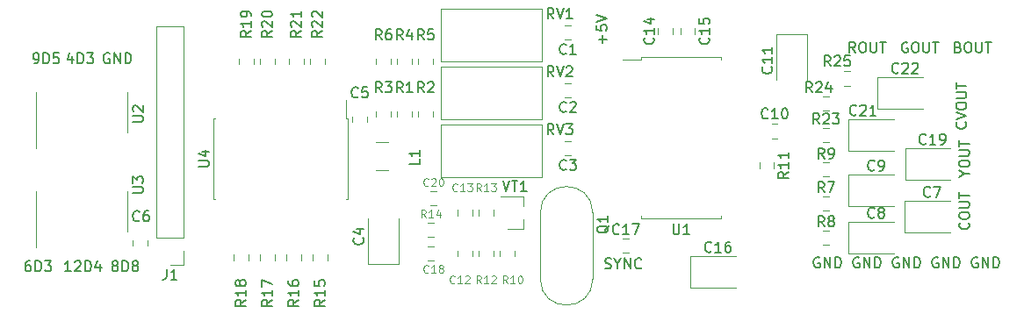
<source format=gto>
G04 #@! TF.GenerationSoftware,KiCad,Pcbnew,(5.1.2)-1*
G04 #@! TF.CreationDate,2020-06-02T12:38:42+03:00*
G04 #@! TF.ProjectId,vector06c-rgb2tv,76656374-6f72-4303-9663-2d7267623274,rev?*
G04 #@! TF.SameCoordinates,Original*
G04 #@! TF.FileFunction,Legend,Top*
G04 #@! TF.FilePolarity,Positive*
%FSLAX46Y46*%
G04 Gerber Fmt 4.6, Leading zero omitted, Abs format (unit mm)*
G04 Created by KiCad (PCBNEW (5.1.2)-1) date 2020-06-02 12:38:42*
%MOMM*%
%LPD*%
G04 APERTURE LIST*
%ADD10C,0.120000*%
%ADD11C,0.150000*%
G04 APERTURE END LIST*
D10*
X112582000Y-119440000D02*
X111252000Y-119440000D01*
X112582000Y-118110000D02*
X112582000Y-119440000D01*
X112582000Y-116840000D02*
X109922000Y-116840000D01*
X109922000Y-116840000D02*
X109922000Y-96460000D01*
X112582000Y-116840000D02*
X112582000Y-96460000D01*
X112582000Y-96460000D02*
X109922000Y-96460000D01*
X132301064Y-107606000D02*
X131096936Y-107606000D01*
X132301064Y-110326000D02*
X131096936Y-110326000D01*
X146954000Y-120829000D02*
G75*
G03X152004000Y-120829000I2525000J0D01*
G01*
X146954000Y-114429000D02*
G75*
G02X152004000Y-114429000I2525000J0D01*
G01*
X146954000Y-114429000D02*
X146954000Y-120829000D01*
X152004000Y-114429000D02*
X152004000Y-120829000D01*
X156668000Y-99643000D02*
X154853000Y-99643000D01*
X156668000Y-99378000D02*
X156668000Y-99643000D01*
X160528000Y-99378000D02*
X156668000Y-99378000D01*
X164388000Y-99378000D02*
X164388000Y-99643000D01*
X160528000Y-99378000D02*
X164388000Y-99378000D01*
X156668000Y-114998000D02*
X156668000Y-114733000D01*
X160528000Y-114998000D02*
X156668000Y-114998000D01*
X164388000Y-114998000D02*
X164388000Y-114733000D01*
X160528000Y-114998000D02*
X164388000Y-114998000D01*
X98308000Y-104775000D02*
X98308000Y-108225000D01*
X98308000Y-104775000D02*
X98308000Y-102825000D01*
X107178000Y-104775000D02*
X107178000Y-106725000D01*
X107178000Y-104775000D02*
X107178000Y-102825000D01*
X98308000Y-114300000D02*
X98308000Y-117750000D01*
X98308000Y-114300000D02*
X98308000Y-112350000D01*
X107178000Y-114300000D02*
X107178000Y-116250000D01*
X107178000Y-114300000D02*
X107178000Y-112350000D01*
X128195000Y-105360000D02*
X128195000Y-103545000D01*
X128430000Y-105360000D02*
X128195000Y-105360000D01*
X128430000Y-109220000D02*
X128430000Y-105360000D01*
X128430000Y-113080000D02*
X128195000Y-113080000D01*
X128430000Y-109220000D02*
X128430000Y-113080000D01*
X115410000Y-105360000D02*
X115645000Y-105360000D01*
X115410000Y-109220000D02*
X115410000Y-105360000D01*
X115410000Y-113080000D02*
X115645000Y-113080000D01*
X115410000Y-109220000D02*
X115410000Y-113080000D01*
X145286000Y-116007000D02*
X143826000Y-116007000D01*
X145286000Y-112847000D02*
X143126000Y-112847000D01*
X145286000Y-112847000D02*
X145286000Y-113777000D01*
X145286000Y-116007000D02*
X145286000Y-115077000D01*
X147125000Y-94752000D02*
X147125000Y-99822000D01*
X137355000Y-94752000D02*
X137355000Y-99822000D01*
X137355000Y-99822000D02*
X147125000Y-99822000D01*
X137355000Y-94752000D02*
X147125000Y-94752000D01*
X147125000Y-100340000D02*
X147125000Y-105410000D01*
X137355000Y-100340000D02*
X137355000Y-105410000D01*
X137355000Y-105410000D02*
X147125000Y-105410000D01*
X137355000Y-100340000D02*
X147125000Y-100340000D01*
X147125000Y-105928000D02*
X147125000Y-110998000D01*
X137355000Y-105928000D02*
X137355000Y-110998000D01*
X137355000Y-110998000D02*
X147125000Y-110998000D01*
X137355000Y-105928000D02*
X147125000Y-105928000D01*
X149867252Y-96318000D02*
X149344748Y-96318000D01*
X149867252Y-97738000D02*
X149344748Y-97738000D01*
X149867252Y-103326000D02*
X149344748Y-103326000D01*
X149867252Y-101906000D02*
X149344748Y-101906000D01*
X149867252Y-107494000D02*
X149344748Y-107494000D01*
X149867252Y-108914000D02*
X149344748Y-108914000D01*
X130250000Y-105671252D02*
X130250000Y-105148748D01*
X128830000Y-105671252D02*
X128830000Y-105148748D01*
X107646400Y-117609252D02*
X107646400Y-117086748D01*
X109066400Y-117609252D02*
X109066400Y-117086748D01*
X169283748Y-105843000D02*
X169806252Y-105843000D01*
X169283748Y-107263000D02*
X169806252Y-107263000D01*
X140410000Y-118102748D02*
X140410000Y-118625252D01*
X138990000Y-118102748D02*
X138990000Y-118625252D01*
X141022000Y-114688252D02*
X141022000Y-114165748D01*
X142442000Y-114688252D02*
X142442000Y-114165748D01*
X158294000Y-96639748D02*
X158294000Y-97162252D01*
X159714000Y-96639748D02*
X159714000Y-97162252D01*
X161873000Y-96639748D02*
X161873000Y-97162252D01*
X160453000Y-96639748D02*
X160453000Y-97162252D01*
X155455252Y-118312000D02*
X154932748Y-118312000D01*
X155455252Y-116892000D02*
X154932748Y-116892000D01*
X136136748Y-119074000D02*
X136659252Y-119074000D01*
X136136748Y-117654000D02*
X136659252Y-117654000D01*
X136913252Y-112320000D02*
X136390748Y-112320000D01*
X136913252Y-113740000D02*
X136390748Y-113740000D01*
X133148000Y-104640748D02*
X133148000Y-105163252D01*
X134568000Y-104640748D02*
X134568000Y-105163252D01*
X136600000Y-104640748D02*
X136600000Y-105163252D01*
X135180000Y-104640748D02*
X135180000Y-105163252D01*
X131116000Y-104640748D02*
X131116000Y-105163252D01*
X132536000Y-104640748D02*
X132536000Y-105163252D01*
X133148000Y-99560748D02*
X133148000Y-100083252D01*
X134568000Y-99560748D02*
X134568000Y-100083252D01*
X136600000Y-99560748D02*
X136600000Y-100083252D01*
X135180000Y-99560748D02*
X135180000Y-100083252D01*
X131116000Y-99560748D02*
X131116000Y-100083252D01*
X132536000Y-99560748D02*
X132536000Y-100083252D01*
X174759252Y-109526000D02*
X174236748Y-109526000D01*
X174759252Y-110946000D02*
X174236748Y-110946000D01*
X141022000Y-118102748D02*
X141022000Y-118625252D01*
X142442000Y-118102748D02*
X142442000Y-118625252D01*
X168073000Y-109593748D02*
X168073000Y-110116252D01*
X169493000Y-109593748D02*
X169493000Y-110116252D01*
X143054000Y-118625252D02*
X143054000Y-118102748D01*
X144474000Y-118625252D02*
X144474000Y-118102748D01*
X136136748Y-115368000D02*
X136659252Y-115368000D01*
X136136748Y-116788000D02*
X136659252Y-116788000D01*
X125020000Y-119006252D02*
X125020000Y-118483748D01*
X126440000Y-119006252D02*
X126440000Y-118483748D01*
X123900000Y-119006252D02*
X123900000Y-118483748D01*
X122480000Y-119006252D02*
X122480000Y-118483748D01*
X119940000Y-119006252D02*
X119940000Y-118483748D01*
X121360000Y-119006252D02*
X121360000Y-118483748D01*
X117400000Y-119006252D02*
X117400000Y-118483748D01*
X118820000Y-119006252D02*
X118820000Y-118483748D01*
X117908000Y-99560748D02*
X117908000Y-100083252D01*
X119328000Y-99560748D02*
X119328000Y-100083252D01*
X121360000Y-99560748D02*
X121360000Y-100083252D01*
X119940000Y-99560748D02*
X119940000Y-100083252D01*
X124154000Y-99560748D02*
X124154000Y-100083252D01*
X122734000Y-99560748D02*
X122734000Y-100083252D01*
X126186000Y-99560748D02*
X126186000Y-100083252D01*
X124766000Y-99560748D02*
X124766000Y-100083252D01*
X140410000Y-114165748D02*
X140410000Y-114688252D01*
X138990000Y-114165748D02*
X138990000Y-114688252D01*
X174759252Y-112828000D02*
X174236748Y-112828000D01*
X174759252Y-114248000D02*
X174236748Y-114248000D01*
X174759252Y-117550000D02*
X174236748Y-117550000D01*
X174759252Y-116130000D02*
X174236748Y-116130000D01*
X133336000Y-119348000D02*
X133336000Y-114963000D01*
X130316000Y-119348000D02*
X133336000Y-119348000D01*
X130316000Y-114963000D02*
X130316000Y-119348000D01*
X182073800Y-116318000D02*
X186458800Y-116318000D01*
X182073800Y-113298000D02*
X182073800Y-116318000D01*
X186458800Y-113298000D02*
X182073800Y-113298000D01*
X181074000Y-115330000D02*
X176689000Y-115330000D01*
X176689000Y-115330000D02*
X176689000Y-118350000D01*
X176689000Y-118350000D02*
X181074000Y-118350000D01*
X176689000Y-113778000D02*
X181074000Y-113778000D01*
X176689000Y-110758000D02*
X176689000Y-113778000D01*
X181074000Y-110758000D02*
X176689000Y-110758000D01*
X172706000Y-101572000D02*
X172706000Y-97187000D01*
X172706000Y-97187000D02*
X169686000Y-97187000D01*
X169686000Y-97187000D02*
X169686000Y-101572000D01*
X165834000Y-118632000D02*
X161449000Y-118632000D01*
X161449000Y-118632000D02*
X161449000Y-121652000D01*
X161449000Y-121652000D02*
X165834000Y-121652000D01*
X186509600Y-108218000D02*
X182124600Y-108218000D01*
X182124600Y-108218000D02*
X182124600Y-111238000D01*
X182124600Y-111238000D02*
X186509600Y-111238000D01*
X181074000Y-105424000D02*
X176689000Y-105424000D01*
X176689000Y-105424000D02*
X176689000Y-108444000D01*
X176689000Y-108444000D02*
X181074000Y-108444000D01*
X179483000Y-104380000D02*
X183868000Y-104380000D01*
X179483000Y-101360000D02*
X179483000Y-104380000D01*
X183868000Y-101360000D02*
X179483000Y-101360000D01*
X174236748Y-106224000D02*
X174759252Y-106224000D01*
X174236748Y-107644000D02*
X174759252Y-107644000D01*
X174236748Y-103176000D02*
X174759252Y-103176000D01*
X174236748Y-104596000D02*
X174759252Y-104596000D01*
X176268748Y-102157600D02*
X176791252Y-102157600D01*
X176268748Y-100737600D02*
X176791252Y-100737600D01*
D11*
X98147333Y-100020380D02*
X98337809Y-100020380D01*
X98433047Y-99972761D01*
X98480666Y-99925142D01*
X98575904Y-99782285D01*
X98623523Y-99591809D01*
X98623523Y-99210857D01*
X98575904Y-99115619D01*
X98528285Y-99068000D01*
X98433047Y-99020380D01*
X98242571Y-99020380D01*
X98147333Y-99068000D01*
X98099714Y-99115619D01*
X98052095Y-99210857D01*
X98052095Y-99448952D01*
X98099714Y-99544190D01*
X98147333Y-99591809D01*
X98242571Y-99639428D01*
X98433047Y-99639428D01*
X98528285Y-99591809D01*
X98575904Y-99544190D01*
X98623523Y-99448952D01*
X99052095Y-100020380D02*
X99052095Y-99020380D01*
X99290190Y-99020380D01*
X99433047Y-99068000D01*
X99528285Y-99163238D01*
X99575904Y-99258476D01*
X99623523Y-99448952D01*
X99623523Y-99591809D01*
X99575904Y-99782285D01*
X99528285Y-99877523D01*
X99433047Y-99972761D01*
X99290190Y-100020380D01*
X99052095Y-100020380D01*
X100528285Y-99020380D02*
X100052095Y-99020380D01*
X100004476Y-99496571D01*
X100052095Y-99448952D01*
X100147333Y-99401333D01*
X100385428Y-99401333D01*
X100480666Y-99448952D01*
X100528285Y-99496571D01*
X100575904Y-99591809D01*
X100575904Y-99829904D01*
X100528285Y-99925142D01*
X100480666Y-99972761D01*
X100385428Y-100020380D01*
X100147333Y-100020380D01*
X100052095Y-99972761D01*
X100004476Y-99925142D01*
X110918666Y-119892380D02*
X110918666Y-120606666D01*
X110871047Y-120749523D01*
X110775809Y-120844761D01*
X110632952Y-120892380D01*
X110537714Y-120892380D01*
X111918666Y-120892380D02*
X111347238Y-120892380D01*
X111632952Y-120892380D02*
X111632952Y-119892380D01*
X111537714Y-120035238D01*
X111442476Y-120130476D01*
X111347238Y-120178095D01*
X135326380Y-109259666D02*
X135326380Y-109735857D01*
X134326380Y-109735857D01*
X135326380Y-108402523D02*
X135326380Y-108973952D01*
X135326380Y-108688238D02*
X134326380Y-108688238D01*
X134469238Y-108783476D01*
X134564476Y-108878714D01*
X134612095Y-108973952D01*
X153551619Y-115665238D02*
X153504000Y-115760476D01*
X153408761Y-115855714D01*
X153265904Y-115998571D01*
X153218285Y-116093809D01*
X153218285Y-116189047D01*
X153456380Y-116141428D02*
X153408761Y-116236666D01*
X153313523Y-116331904D01*
X153123047Y-116379523D01*
X152789714Y-116379523D01*
X152599238Y-116331904D01*
X152504000Y-116236666D01*
X152456380Y-116141428D01*
X152456380Y-115950952D01*
X152504000Y-115855714D01*
X152599238Y-115760476D01*
X152789714Y-115712857D01*
X153123047Y-115712857D01*
X153313523Y-115760476D01*
X153408761Y-115855714D01*
X153456380Y-115950952D01*
X153456380Y-116141428D01*
X153456380Y-114760476D02*
X153456380Y-115331904D01*
X153456380Y-115046190D02*
X152456380Y-115046190D01*
X152599238Y-115141428D01*
X152694476Y-115236666D01*
X152742095Y-115331904D01*
X105862571Y-119514952D02*
X105767333Y-119467333D01*
X105719714Y-119419714D01*
X105672095Y-119324476D01*
X105672095Y-119276857D01*
X105719714Y-119181619D01*
X105767333Y-119134000D01*
X105862571Y-119086380D01*
X106053047Y-119086380D01*
X106148285Y-119134000D01*
X106195904Y-119181619D01*
X106243523Y-119276857D01*
X106243523Y-119324476D01*
X106195904Y-119419714D01*
X106148285Y-119467333D01*
X106053047Y-119514952D01*
X105862571Y-119514952D01*
X105767333Y-119562571D01*
X105719714Y-119610190D01*
X105672095Y-119705428D01*
X105672095Y-119895904D01*
X105719714Y-119991142D01*
X105767333Y-120038761D01*
X105862571Y-120086380D01*
X106053047Y-120086380D01*
X106148285Y-120038761D01*
X106195904Y-119991142D01*
X106243523Y-119895904D01*
X106243523Y-119705428D01*
X106195904Y-119610190D01*
X106148285Y-119562571D01*
X106053047Y-119514952D01*
X106672095Y-120086380D02*
X106672095Y-119086380D01*
X106910190Y-119086380D01*
X107053047Y-119134000D01*
X107148285Y-119229238D01*
X107195904Y-119324476D01*
X107243523Y-119514952D01*
X107243523Y-119657809D01*
X107195904Y-119848285D01*
X107148285Y-119943523D01*
X107053047Y-120038761D01*
X106910190Y-120086380D01*
X106672095Y-120086380D01*
X107814952Y-119514952D02*
X107719714Y-119467333D01*
X107672095Y-119419714D01*
X107624476Y-119324476D01*
X107624476Y-119276857D01*
X107672095Y-119181619D01*
X107719714Y-119134000D01*
X107814952Y-119086380D01*
X108005428Y-119086380D01*
X108100666Y-119134000D01*
X108148285Y-119181619D01*
X108195904Y-119276857D01*
X108195904Y-119324476D01*
X108148285Y-119419714D01*
X108100666Y-119467333D01*
X108005428Y-119514952D01*
X107814952Y-119514952D01*
X107719714Y-119562571D01*
X107672095Y-119610190D01*
X107624476Y-119705428D01*
X107624476Y-119895904D01*
X107672095Y-119991142D01*
X107719714Y-120038761D01*
X107814952Y-120086380D01*
X108005428Y-120086380D01*
X108100666Y-120038761D01*
X108148285Y-119991142D01*
X108195904Y-119895904D01*
X108195904Y-119705428D01*
X108148285Y-119610190D01*
X108100666Y-119562571D01*
X108005428Y-119514952D01*
X101703333Y-120086380D02*
X101131904Y-120086380D01*
X101417619Y-120086380D02*
X101417619Y-119086380D01*
X101322380Y-119229238D01*
X101227142Y-119324476D01*
X101131904Y-119372095D01*
X102084285Y-119181619D02*
X102131904Y-119134000D01*
X102227142Y-119086380D01*
X102465238Y-119086380D01*
X102560476Y-119134000D01*
X102608095Y-119181619D01*
X102655714Y-119276857D01*
X102655714Y-119372095D01*
X102608095Y-119514952D01*
X102036666Y-120086380D01*
X102655714Y-120086380D01*
X103084285Y-120086380D02*
X103084285Y-119086380D01*
X103322380Y-119086380D01*
X103465238Y-119134000D01*
X103560476Y-119229238D01*
X103608095Y-119324476D01*
X103655714Y-119514952D01*
X103655714Y-119657809D01*
X103608095Y-119848285D01*
X103560476Y-119943523D01*
X103465238Y-120038761D01*
X103322380Y-120086380D01*
X103084285Y-120086380D01*
X104512857Y-119419714D02*
X104512857Y-120086380D01*
X104274761Y-119038761D02*
X104036666Y-119753047D01*
X104655714Y-119753047D01*
X101830285Y-99353714D02*
X101830285Y-100020380D01*
X101592190Y-98972761D02*
X101354095Y-99687047D01*
X101973142Y-99687047D01*
X102354095Y-100020380D02*
X102354095Y-99020380D01*
X102592190Y-99020380D01*
X102735047Y-99068000D01*
X102830285Y-99163238D01*
X102877904Y-99258476D01*
X102925523Y-99448952D01*
X102925523Y-99591809D01*
X102877904Y-99782285D01*
X102830285Y-99877523D01*
X102735047Y-99972761D01*
X102592190Y-100020380D01*
X102354095Y-100020380D01*
X103258857Y-99020380D02*
X103877904Y-99020380D01*
X103544571Y-99401333D01*
X103687428Y-99401333D01*
X103782666Y-99448952D01*
X103830285Y-99496571D01*
X103877904Y-99591809D01*
X103877904Y-99829904D01*
X103830285Y-99925142D01*
X103782666Y-99972761D01*
X103687428Y-100020380D01*
X103401714Y-100020380D01*
X103306476Y-99972761D01*
X103258857Y-99925142D01*
X97766285Y-119086380D02*
X97575809Y-119086380D01*
X97480571Y-119134000D01*
X97432952Y-119181619D01*
X97337714Y-119324476D01*
X97290095Y-119514952D01*
X97290095Y-119895904D01*
X97337714Y-119991142D01*
X97385333Y-120038761D01*
X97480571Y-120086380D01*
X97671047Y-120086380D01*
X97766285Y-120038761D01*
X97813904Y-119991142D01*
X97861523Y-119895904D01*
X97861523Y-119657809D01*
X97813904Y-119562571D01*
X97766285Y-119514952D01*
X97671047Y-119467333D01*
X97480571Y-119467333D01*
X97385333Y-119514952D01*
X97337714Y-119562571D01*
X97290095Y-119657809D01*
X98290095Y-120086380D02*
X98290095Y-119086380D01*
X98528190Y-119086380D01*
X98671047Y-119134000D01*
X98766285Y-119229238D01*
X98813904Y-119324476D01*
X98861523Y-119514952D01*
X98861523Y-119657809D01*
X98813904Y-119848285D01*
X98766285Y-119943523D01*
X98671047Y-120038761D01*
X98528190Y-120086380D01*
X98290095Y-120086380D01*
X99194857Y-119086380D02*
X99813904Y-119086380D01*
X99480571Y-119467333D01*
X99623428Y-119467333D01*
X99718666Y-119514952D01*
X99766285Y-119562571D01*
X99813904Y-119657809D01*
X99813904Y-119895904D01*
X99766285Y-119991142D01*
X99718666Y-120038761D01*
X99623428Y-120086380D01*
X99337714Y-120086380D01*
X99242476Y-120038761D01*
X99194857Y-119991142D01*
X153201904Y-119784761D02*
X153344761Y-119832380D01*
X153582857Y-119832380D01*
X153678095Y-119784761D01*
X153725714Y-119737142D01*
X153773333Y-119641904D01*
X153773333Y-119546666D01*
X153725714Y-119451428D01*
X153678095Y-119403809D01*
X153582857Y-119356190D01*
X153392380Y-119308571D01*
X153297142Y-119260952D01*
X153249523Y-119213333D01*
X153201904Y-119118095D01*
X153201904Y-119022857D01*
X153249523Y-118927619D01*
X153297142Y-118880000D01*
X153392380Y-118832380D01*
X153630476Y-118832380D01*
X153773333Y-118880000D01*
X154392380Y-119356190D02*
X154392380Y-119832380D01*
X154059047Y-118832380D02*
X154392380Y-119356190D01*
X154725714Y-118832380D01*
X155059047Y-119832380D02*
X155059047Y-118832380D01*
X155630476Y-119832380D01*
X155630476Y-118832380D01*
X156678095Y-119737142D02*
X156630476Y-119784761D01*
X156487619Y-119832380D01*
X156392380Y-119832380D01*
X156249523Y-119784761D01*
X156154285Y-119689523D01*
X156106666Y-119594285D01*
X156059047Y-119403809D01*
X156059047Y-119260952D01*
X156106666Y-119070476D01*
X156154285Y-118975238D01*
X156249523Y-118880000D01*
X156392380Y-118832380D01*
X156487619Y-118832380D01*
X156630476Y-118880000D01*
X156678095Y-118927619D01*
X187936142Y-105687619D02*
X187983761Y-105735238D01*
X188031380Y-105878095D01*
X188031380Y-105973333D01*
X187983761Y-106116190D01*
X187888523Y-106211428D01*
X187793285Y-106259047D01*
X187602809Y-106306666D01*
X187459952Y-106306666D01*
X187269476Y-106259047D01*
X187174238Y-106211428D01*
X187079000Y-106116190D01*
X187031380Y-105973333D01*
X187031380Y-105878095D01*
X187079000Y-105735238D01*
X187126619Y-105687619D01*
X187031380Y-105401904D02*
X188031380Y-105068571D01*
X187031380Y-104735238D01*
X187031380Y-104211428D02*
X187031380Y-104020952D01*
X187079000Y-103925714D01*
X187174238Y-103830476D01*
X187364714Y-103782857D01*
X187698047Y-103782857D01*
X187888523Y-103830476D01*
X187983761Y-103925714D01*
X188031380Y-104020952D01*
X188031380Y-104211428D01*
X187983761Y-104306666D01*
X187888523Y-104401904D01*
X187698047Y-104449523D01*
X187364714Y-104449523D01*
X187174238Y-104401904D01*
X187079000Y-104306666D01*
X187031380Y-104211428D01*
X187031380Y-103354285D02*
X187840904Y-103354285D01*
X187936142Y-103306666D01*
X187983761Y-103259047D01*
X188031380Y-103163809D01*
X188031380Y-102973333D01*
X187983761Y-102878095D01*
X187936142Y-102830476D01*
X187840904Y-102782857D01*
X187031380Y-102782857D01*
X187031380Y-102449523D02*
X187031380Y-101878095D01*
X188031380Y-102163809D02*
X187031380Y-102163809D01*
X159766095Y-115530380D02*
X159766095Y-116339904D01*
X159813714Y-116435142D01*
X159861333Y-116482761D01*
X159956571Y-116530380D01*
X160147047Y-116530380D01*
X160242285Y-116482761D01*
X160289904Y-116435142D01*
X160337523Y-116339904D01*
X160337523Y-115530380D01*
X161337523Y-116530380D02*
X160766095Y-116530380D01*
X161051809Y-116530380D02*
X161051809Y-115530380D01*
X160956571Y-115673238D01*
X160861333Y-115768476D01*
X160766095Y-115816095D01*
X107656380Y-105663904D02*
X108465904Y-105663904D01*
X108561142Y-105616285D01*
X108608761Y-105568666D01*
X108656380Y-105473428D01*
X108656380Y-105282952D01*
X108608761Y-105187714D01*
X108561142Y-105140095D01*
X108465904Y-105092476D01*
X107656380Y-105092476D01*
X107751619Y-104663904D02*
X107704000Y-104616285D01*
X107656380Y-104521047D01*
X107656380Y-104282952D01*
X107704000Y-104187714D01*
X107751619Y-104140095D01*
X107846857Y-104092476D01*
X107942095Y-104092476D01*
X108084952Y-104140095D01*
X108656380Y-104711523D01*
X108656380Y-104092476D01*
X107656380Y-112521904D02*
X108465904Y-112521904D01*
X108561142Y-112474285D01*
X108608761Y-112426666D01*
X108656380Y-112331428D01*
X108656380Y-112140952D01*
X108608761Y-112045714D01*
X108561142Y-111998095D01*
X108465904Y-111950476D01*
X107656380Y-111950476D01*
X107656380Y-111569523D02*
X107656380Y-110950476D01*
X108037333Y-111283809D01*
X108037333Y-111140952D01*
X108084952Y-111045714D01*
X108132571Y-110998095D01*
X108227809Y-110950476D01*
X108465904Y-110950476D01*
X108561142Y-110998095D01*
X108608761Y-111045714D01*
X108656380Y-111140952D01*
X108656380Y-111426666D01*
X108608761Y-111521904D01*
X108561142Y-111569523D01*
X114006380Y-109981904D02*
X114815904Y-109981904D01*
X114911142Y-109934285D01*
X114958761Y-109886666D01*
X115006380Y-109791428D01*
X115006380Y-109600952D01*
X114958761Y-109505714D01*
X114911142Y-109458095D01*
X114815904Y-109410476D01*
X114006380Y-109410476D01*
X114339714Y-108505714D02*
X115006380Y-108505714D01*
X113958761Y-108743809D02*
X114673047Y-108981904D01*
X114673047Y-108362857D01*
X143335523Y-111379380D02*
X143668857Y-112379380D01*
X144002190Y-111379380D01*
X144192666Y-111379380D02*
X144764095Y-111379380D01*
X144478380Y-112379380D02*
X144478380Y-111379380D01*
X145621238Y-112379380D02*
X145049809Y-112379380D01*
X145335523Y-112379380D02*
X145335523Y-111379380D01*
X145240285Y-111522238D01*
X145145047Y-111617476D01*
X145049809Y-111665095D01*
X148227023Y-95702380D02*
X147893690Y-95226190D01*
X147655595Y-95702380D02*
X147655595Y-94702380D01*
X148036547Y-94702380D01*
X148131785Y-94750000D01*
X148179404Y-94797619D01*
X148227023Y-94892857D01*
X148227023Y-95035714D01*
X148179404Y-95130952D01*
X148131785Y-95178571D01*
X148036547Y-95226190D01*
X147655595Y-95226190D01*
X148512738Y-94702380D02*
X148846071Y-95702380D01*
X149179404Y-94702380D01*
X150036547Y-95702380D02*
X149465119Y-95702380D01*
X149750833Y-95702380D02*
X149750833Y-94702380D01*
X149655595Y-94845238D01*
X149560357Y-94940476D01*
X149465119Y-94988095D01*
X148227023Y-101290380D02*
X147893690Y-100814190D01*
X147655595Y-101290380D02*
X147655595Y-100290380D01*
X148036547Y-100290380D01*
X148131785Y-100338000D01*
X148179404Y-100385619D01*
X148227023Y-100480857D01*
X148227023Y-100623714D01*
X148179404Y-100718952D01*
X148131785Y-100766571D01*
X148036547Y-100814190D01*
X147655595Y-100814190D01*
X148512738Y-100290380D02*
X148846071Y-101290380D01*
X149179404Y-100290380D01*
X149465119Y-100385619D02*
X149512738Y-100338000D01*
X149607976Y-100290380D01*
X149846071Y-100290380D01*
X149941309Y-100338000D01*
X149988928Y-100385619D01*
X150036547Y-100480857D01*
X150036547Y-100576095D01*
X149988928Y-100718952D01*
X149417500Y-101290380D01*
X150036547Y-101290380D01*
X148227023Y-106878380D02*
X147893690Y-106402190D01*
X147655595Y-106878380D02*
X147655595Y-105878380D01*
X148036547Y-105878380D01*
X148131785Y-105926000D01*
X148179404Y-105973619D01*
X148227023Y-106068857D01*
X148227023Y-106211714D01*
X148179404Y-106306952D01*
X148131785Y-106354571D01*
X148036547Y-106402190D01*
X147655595Y-106402190D01*
X148512738Y-105878380D02*
X148846071Y-106878380D01*
X149179404Y-105878380D01*
X149417500Y-105878380D02*
X150036547Y-105878380D01*
X149703214Y-106259333D01*
X149846071Y-106259333D01*
X149941309Y-106306952D01*
X149988928Y-106354571D01*
X150036547Y-106449809D01*
X150036547Y-106687904D01*
X149988928Y-106783142D01*
X149941309Y-106830761D01*
X149846071Y-106878380D01*
X149560357Y-106878380D01*
X149465119Y-106830761D01*
X149417500Y-106783142D01*
X152979428Y-98059714D02*
X152979428Y-97297809D01*
X153360380Y-97678761D02*
X152598476Y-97678761D01*
X152360380Y-96345428D02*
X152360380Y-96821619D01*
X152836571Y-96869238D01*
X152788952Y-96821619D01*
X152741333Y-96726380D01*
X152741333Y-96488285D01*
X152788952Y-96393047D01*
X152836571Y-96345428D01*
X152931809Y-96297809D01*
X153169904Y-96297809D01*
X153265142Y-96345428D01*
X153312761Y-96393047D01*
X153360380Y-96488285D01*
X153360380Y-96726380D01*
X153312761Y-96821619D01*
X153265142Y-96869238D01*
X152360380Y-96012095D02*
X153360380Y-95678761D01*
X152360380Y-95345428D01*
X105410095Y-99068000D02*
X105314857Y-99020380D01*
X105172000Y-99020380D01*
X105029142Y-99068000D01*
X104933904Y-99163238D01*
X104886285Y-99258476D01*
X104838666Y-99448952D01*
X104838666Y-99591809D01*
X104886285Y-99782285D01*
X104933904Y-99877523D01*
X105029142Y-99972761D01*
X105172000Y-100020380D01*
X105267238Y-100020380D01*
X105410095Y-99972761D01*
X105457714Y-99925142D01*
X105457714Y-99591809D01*
X105267238Y-99591809D01*
X105886285Y-100020380D02*
X105886285Y-99020380D01*
X106457714Y-100020380D01*
X106457714Y-99020380D01*
X106933904Y-100020380D02*
X106933904Y-99020380D01*
X107172000Y-99020380D01*
X107314857Y-99068000D01*
X107410095Y-99163238D01*
X107457714Y-99258476D01*
X107505333Y-99448952D01*
X107505333Y-99591809D01*
X107457714Y-99782285D01*
X107410095Y-99877523D01*
X107314857Y-99972761D01*
X107172000Y-100020380D01*
X106933904Y-100020380D01*
X173863095Y-118785000D02*
X173767857Y-118737380D01*
X173625000Y-118737380D01*
X173482142Y-118785000D01*
X173386904Y-118880238D01*
X173339285Y-118975476D01*
X173291666Y-119165952D01*
X173291666Y-119308809D01*
X173339285Y-119499285D01*
X173386904Y-119594523D01*
X173482142Y-119689761D01*
X173625000Y-119737380D01*
X173720238Y-119737380D01*
X173863095Y-119689761D01*
X173910714Y-119642142D01*
X173910714Y-119308809D01*
X173720238Y-119308809D01*
X174339285Y-119737380D02*
X174339285Y-118737380D01*
X174910714Y-119737380D01*
X174910714Y-118737380D01*
X175386904Y-119737380D02*
X175386904Y-118737380D01*
X175625000Y-118737380D01*
X175767857Y-118785000D01*
X175863095Y-118880238D01*
X175910714Y-118975476D01*
X175958333Y-119165952D01*
X175958333Y-119308809D01*
X175910714Y-119499285D01*
X175863095Y-119594523D01*
X175767857Y-119689761D01*
X175625000Y-119737380D01*
X175386904Y-119737380D01*
X149439333Y-99035142D02*
X149391714Y-99082761D01*
X149248857Y-99130380D01*
X149153619Y-99130380D01*
X149010761Y-99082761D01*
X148915523Y-98987523D01*
X148867904Y-98892285D01*
X148820285Y-98701809D01*
X148820285Y-98558952D01*
X148867904Y-98368476D01*
X148915523Y-98273238D01*
X149010761Y-98178000D01*
X149153619Y-98130380D01*
X149248857Y-98130380D01*
X149391714Y-98178000D01*
X149439333Y-98225619D01*
X150391714Y-99130380D02*
X149820285Y-99130380D01*
X150106000Y-99130380D02*
X150106000Y-98130380D01*
X150010761Y-98273238D01*
X149915523Y-98368476D01*
X149820285Y-98416095D01*
X149439333Y-104623142D02*
X149391714Y-104670761D01*
X149248857Y-104718380D01*
X149153619Y-104718380D01*
X149010761Y-104670761D01*
X148915523Y-104575523D01*
X148867904Y-104480285D01*
X148820285Y-104289809D01*
X148820285Y-104146952D01*
X148867904Y-103956476D01*
X148915523Y-103861238D01*
X149010761Y-103766000D01*
X149153619Y-103718380D01*
X149248857Y-103718380D01*
X149391714Y-103766000D01*
X149439333Y-103813619D01*
X149820285Y-103813619D02*
X149867904Y-103766000D01*
X149963142Y-103718380D01*
X150201238Y-103718380D01*
X150296476Y-103766000D01*
X150344095Y-103813619D01*
X150391714Y-103908857D01*
X150391714Y-104004095D01*
X150344095Y-104146952D01*
X149772666Y-104718380D01*
X150391714Y-104718380D01*
X149439333Y-110211142D02*
X149391714Y-110258761D01*
X149248857Y-110306380D01*
X149153619Y-110306380D01*
X149010761Y-110258761D01*
X148915523Y-110163523D01*
X148867904Y-110068285D01*
X148820285Y-109877809D01*
X148820285Y-109734952D01*
X148867904Y-109544476D01*
X148915523Y-109449238D01*
X149010761Y-109354000D01*
X149153619Y-109306380D01*
X149248857Y-109306380D01*
X149391714Y-109354000D01*
X149439333Y-109401619D01*
X149772666Y-109306380D02*
X150391714Y-109306380D01*
X150058380Y-109687333D01*
X150201238Y-109687333D01*
X150296476Y-109734952D01*
X150344095Y-109782571D01*
X150391714Y-109877809D01*
X150391714Y-110115904D01*
X150344095Y-110211142D01*
X150296476Y-110258761D01*
X150201238Y-110306380D01*
X149915523Y-110306380D01*
X149820285Y-110258761D01*
X149772666Y-110211142D01*
X129373333Y-103227142D02*
X129325714Y-103274761D01*
X129182857Y-103322380D01*
X129087619Y-103322380D01*
X128944761Y-103274761D01*
X128849523Y-103179523D01*
X128801904Y-103084285D01*
X128754285Y-102893809D01*
X128754285Y-102750952D01*
X128801904Y-102560476D01*
X128849523Y-102465238D01*
X128944761Y-102370000D01*
X129087619Y-102322380D01*
X129182857Y-102322380D01*
X129325714Y-102370000D01*
X129373333Y-102417619D01*
X130278095Y-102322380D02*
X129801904Y-102322380D01*
X129754285Y-102798571D01*
X129801904Y-102750952D01*
X129897142Y-102703333D01*
X130135238Y-102703333D01*
X130230476Y-102750952D01*
X130278095Y-102798571D01*
X130325714Y-102893809D01*
X130325714Y-103131904D01*
X130278095Y-103227142D01*
X130230476Y-103274761D01*
X130135238Y-103322380D01*
X129897142Y-103322380D01*
X129801904Y-103274761D01*
X129754285Y-103227142D01*
X108291333Y-115165142D02*
X108243714Y-115212761D01*
X108100857Y-115260380D01*
X108005619Y-115260380D01*
X107862761Y-115212761D01*
X107767523Y-115117523D01*
X107719904Y-115022285D01*
X107672285Y-114831809D01*
X107672285Y-114688952D01*
X107719904Y-114498476D01*
X107767523Y-114403238D01*
X107862761Y-114308000D01*
X108005619Y-114260380D01*
X108100857Y-114260380D01*
X108243714Y-114308000D01*
X108291333Y-114355619D01*
X109148476Y-114260380D02*
X108958000Y-114260380D01*
X108862761Y-114308000D01*
X108815142Y-114355619D01*
X108719904Y-114498476D01*
X108672285Y-114688952D01*
X108672285Y-115069904D01*
X108719904Y-115165142D01*
X108767523Y-115212761D01*
X108862761Y-115260380D01*
X109053238Y-115260380D01*
X109148476Y-115212761D01*
X109196095Y-115165142D01*
X109243714Y-115069904D01*
X109243714Y-114831809D01*
X109196095Y-114736571D01*
X109148476Y-114688952D01*
X109053238Y-114641333D01*
X108862761Y-114641333D01*
X108767523Y-114688952D01*
X108719904Y-114736571D01*
X108672285Y-114831809D01*
X168902142Y-105260142D02*
X168854523Y-105307761D01*
X168711666Y-105355380D01*
X168616428Y-105355380D01*
X168473571Y-105307761D01*
X168378333Y-105212523D01*
X168330714Y-105117285D01*
X168283095Y-104926809D01*
X168283095Y-104783952D01*
X168330714Y-104593476D01*
X168378333Y-104498238D01*
X168473571Y-104403000D01*
X168616428Y-104355380D01*
X168711666Y-104355380D01*
X168854523Y-104403000D01*
X168902142Y-104450619D01*
X169854523Y-105355380D02*
X169283095Y-105355380D01*
X169568809Y-105355380D02*
X169568809Y-104355380D01*
X169473571Y-104498238D01*
X169378333Y-104593476D01*
X169283095Y-104641095D01*
X170473571Y-104355380D02*
X170568809Y-104355380D01*
X170664047Y-104403000D01*
X170711666Y-104450619D01*
X170759285Y-104545857D01*
X170806904Y-104736333D01*
X170806904Y-104974428D01*
X170759285Y-105164904D01*
X170711666Y-105260142D01*
X170664047Y-105307761D01*
X170568809Y-105355380D01*
X170473571Y-105355380D01*
X170378333Y-105307761D01*
X170330714Y-105260142D01*
X170283095Y-105164904D01*
X170235476Y-104974428D01*
X170235476Y-104736333D01*
X170283095Y-104545857D01*
X170330714Y-104450619D01*
X170378333Y-104403000D01*
X170473571Y-104355380D01*
D10*
X138709857Y-121171857D02*
X138674142Y-121207571D01*
X138567000Y-121243285D01*
X138495571Y-121243285D01*
X138388428Y-121207571D01*
X138317000Y-121136142D01*
X138281285Y-121064714D01*
X138245571Y-120921857D01*
X138245571Y-120814714D01*
X138281285Y-120671857D01*
X138317000Y-120600428D01*
X138388428Y-120529000D01*
X138495571Y-120493285D01*
X138567000Y-120493285D01*
X138674142Y-120529000D01*
X138709857Y-120564714D01*
X139424142Y-121243285D02*
X138995571Y-121243285D01*
X139209857Y-121243285D02*
X139209857Y-120493285D01*
X139138428Y-120600428D01*
X139067000Y-120671857D01*
X138995571Y-120707571D01*
X139709857Y-120564714D02*
X139745571Y-120529000D01*
X139817000Y-120493285D01*
X139995571Y-120493285D01*
X140067000Y-120529000D01*
X140102714Y-120564714D01*
X140138428Y-120636142D01*
X140138428Y-120707571D01*
X140102714Y-120814714D01*
X139674142Y-121243285D01*
X140138428Y-121243285D01*
X138963857Y-112281857D02*
X138928142Y-112317571D01*
X138821000Y-112353285D01*
X138749571Y-112353285D01*
X138642428Y-112317571D01*
X138571000Y-112246142D01*
X138535285Y-112174714D01*
X138499571Y-112031857D01*
X138499571Y-111924714D01*
X138535285Y-111781857D01*
X138571000Y-111710428D01*
X138642428Y-111639000D01*
X138749571Y-111603285D01*
X138821000Y-111603285D01*
X138928142Y-111639000D01*
X138963857Y-111674714D01*
X139678142Y-112353285D02*
X139249571Y-112353285D01*
X139463857Y-112353285D02*
X139463857Y-111603285D01*
X139392428Y-111710428D01*
X139321000Y-111781857D01*
X139249571Y-111817571D01*
X139928142Y-111603285D02*
X140392428Y-111603285D01*
X140142428Y-111889000D01*
X140249571Y-111889000D01*
X140321000Y-111924714D01*
X140356714Y-111960428D01*
X140392428Y-112031857D01*
X140392428Y-112210428D01*
X140356714Y-112281857D01*
X140321000Y-112317571D01*
X140249571Y-112353285D01*
X140035285Y-112353285D01*
X139963857Y-112317571D01*
X139928142Y-112281857D01*
D11*
X157837142Y-97543857D02*
X157884761Y-97591476D01*
X157932380Y-97734333D01*
X157932380Y-97829571D01*
X157884761Y-97972428D01*
X157789523Y-98067666D01*
X157694285Y-98115285D01*
X157503809Y-98162904D01*
X157360952Y-98162904D01*
X157170476Y-98115285D01*
X157075238Y-98067666D01*
X156980000Y-97972428D01*
X156932380Y-97829571D01*
X156932380Y-97734333D01*
X156980000Y-97591476D01*
X157027619Y-97543857D01*
X157932380Y-96591476D02*
X157932380Y-97162904D01*
X157932380Y-96877190D02*
X156932380Y-96877190D01*
X157075238Y-96972428D01*
X157170476Y-97067666D01*
X157218095Y-97162904D01*
X157265714Y-95734333D02*
X157932380Y-95734333D01*
X156884761Y-95972428D02*
X157599047Y-96210523D01*
X157599047Y-95591476D01*
X163170142Y-97543857D02*
X163217761Y-97591476D01*
X163265380Y-97734333D01*
X163265380Y-97829571D01*
X163217761Y-97972428D01*
X163122523Y-98067666D01*
X163027285Y-98115285D01*
X162836809Y-98162904D01*
X162693952Y-98162904D01*
X162503476Y-98115285D01*
X162408238Y-98067666D01*
X162313000Y-97972428D01*
X162265380Y-97829571D01*
X162265380Y-97734333D01*
X162313000Y-97591476D01*
X162360619Y-97543857D01*
X163265380Y-96591476D02*
X163265380Y-97162904D01*
X163265380Y-96877190D02*
X162265380Y-96877190D01*
X162408238Y-96972428D01*
X162503476Y-97067666D01*
X162551095Y-97162904D01*
X162265380Y-95686714D02*
X162265380Y-96162904D01*
X162741571Y-96210523D01*
X162693952Y-96162904D01*
X162646333Y-96067666D01*
X162646333Y-95829571D01*
X162693952Y-95734333D01*
X162741571Y-95686714D01*
X162836809Y-95639095D01*
X163074904Y-95639095D01*
X163170142Y-95686714D01*
X163217761Y-95734333D01*
X163265380Y-95829571D01*
X163265380Y-96067666D01*
X163217761Y-96162904D01*
X163170142Y-96210523D01*
X154551142Y-116435142D02*
X154503523Y-116482761D01*
X154360666Y-116530380D01*
X154265428Y-116530380D01*
X154122571Y-116482761D01*
X154027333Y-116387523D01*
X153979714Y-116292285D01*
X153932095Y-116101809D01*
X153932095Y-115958952D01*
X153979714Y-115768476D01*
X154027333Y-115673238D01*
X154122571Y-115578000D01*
X154265428Y-115530380D01*
X154360666Y-115530380D01*
X154503523Y-115578000D01*
X154551142Y-115625619D01*
X155503523Y-116530380D02*
X154932095Y-116530380D01*
X155217809Y-116530380D02*
X155217809Y-115530380D01*
X155122571Y-115673238D01*
X155027333Y-115768476D01*
X154932095Y-115816095D01*
X155836857Y-115530380D02*
X156503523Y-115530380D01*
X156074952Y-116530380D01*
D10*
X136169857Y-120155857D02*
X136134142Y-120191571D01*
X136027000Y-120227285D01*
X135955571Y-120227285D01*
X135848428Y-120191571D01*
X135777000Y-120120142D01*
X135741285Y-120048714D01*
X135705571Y-119905857D01*
X135705571Y-119798714D01*
X135741285Y-119655857D01*
X135777000Y-119584428D01*
X135848428Y-119513000D01*
X135955571Y-119477285D01*
X136027000Y-119477285D01*
X136134142Y-119513000D01*
X136169857Y-119548714D01*
X136884142Y-120227285D02*
X136455571Y-120227285D01*
X136669857Y-120227285D02*
X136669857Y-119477285D01*
X136598428Y-119584428D01*
X136527000Y-119655857D01*
X136455571Y-119691571D01*
X137312714Y-119798714D02*
X137241285Y-119763000D01*
X137205571Y-119727285D01*
X137169857Y-119655857D01*
X137169857Y-119620142D01*
X137205571Y-119548714D01*
X137241285Y-119513000D01*
X137312714Y-119477285D01*
X137455571Y-119477285D01*
X137527000Y-119513000D01*
X137562714Y-119548714D01*
X137598428Y-119620142D01*
X137598428Y-119655857D01*
X137562714Y-119727285D01*
X137527000Y-119763000D01*
X137455571Y-119798714D01*
X137312714Y-119798714D01*
X137241285Y-119834428D01*
X137205571Y-119870142D01*
X137169857Y-119941571D01*
X137169857Y-120084428D01*
X137205571Y-120155857D01*
X137241285Y-120191571D01*
X137312714Y-120227285D01*
X137455571Y-120227285D01*
X137527000Y-120191571D01*
X137562714Y-120155857D01*
X137598428Y-120084428D01*
X137598428Y-119941571D01*
X137562714Y-119870142D01*
X137527000Y-119834428D01*
X137455571Y-119798714D01*
X136169857Y-111773857D02*
X136134142Y-111809571D01*
X136027000Y-111845285D01*
X135955571Y-111845285D01*
X135848428Y-111809571D01*
X135777000Y-111738142D01*
X135741285Y-111666714D01*
X135705571Y-111523857D01*
X135705571Y-111416714D01*
X135741285Y-111273857D01*
X135777000Y-111202428D01*
X135848428Y-111131000D01*
X135955571Y-111095285D01*
X136027000Y-111095285D01*
X136134142Y-111131000D01*
X136169857Y-111166714D01*
X136455571Y-111166714D02*
X136491285Y-111131000D01*
X136562714Y-111095285D01*
X136741285Y-111095285D01*
X136812714Y-111131000D01*
X136848428Y-111166714D01*
X136884142Y-111238142D01*
X136884142Y-111309571D01*
X136848428Y-111416714D01*
X136419857Y-111845285D01*
X136884142Y-111845285D01*
X137348428Y-111095285D02*
X137419857Y-111095285D01*
X137491285Y-111131000D01*
X137527000Y-111166714D01*
X137562714Y-111238142D01*
X137598428Y-111381000D01*
X137598428Y-111559571D01*
X137562714Y-111702428D01*
X137527000Y-111773857D01*
X137491285Y-111809571D01*
X137419857Y-111845285D01*
X137348428Y-111845285D01*
X137277000Y-111809571D01*
X137241285Y-111773857D01*
X137205571Y-111702428D01*
X137169857Y-111559571D01*
X137169857Y-111381000D01*
X137205571Y-111238142D01*
X137241285Y-111166714D01*
X137277000Y-111131000D01*
X137348428Y-111095285D01*
D11*
X133691333Y-102814380D02*
X133358000Y-102338190D01*
X133119904Y-102814380D02*
X133119904Y-101814380D01*
X133500857Y-101814380D01*
X133596095Y-101862000D01*
X133643714Y-101909619D01*
X133691333Y-102004857D01*
X133691333Y-102147714D01*
X133643714Y-102242952D01*
X133596095Y-102290571D01*
X133500857Y-102338190D01*
X133119904Y-102338190D01*
X134643714Y-102814380D02*
X134072285Y-102814380D01*
X134358000Y-102814380D02*
X134358000Y-101814380D01*
X134262761Y-101957238D01*
X134167523Y-102052476D01*
X134072285Y-102100095D01*
X135723333Y-102814380D02*
X135390000Y-102338190D01*
X135151904Y-102814380D02*
X135151904Y-101814380D01*
X135532857Y-101814380D01*
X135628095Y-101862000D01*
X135675714Y-101909619D01*
X135723333Y-102004857D01*
X135723333Y-102147714D01*
X135675714Y-102242952D01*
X135628095Y-102290571D01*
X135532857Y-102338190D01*
X135151904Y-102338190D01*
X136104285Y-101909619D02*
X136151904Y-101862000D01*
X136247142Y-101814380D01*
X136485238Y-101814380D01*
X136580476Y-101862000D01*
X136628095Y-101909619D01*
X136675714Y-102004857D01*
X136675714Y-102100095D01*
X136628095Y-102242952D01*
X136056666Y-102814380D01*
X136675714Y-102814380D01*
X131659333Y-102814380D02*
X131326000Y-102338190D01*
X131087904Y-102814380D02*
X131087904Y-101814380D01*
X131468857Y-101814380D01*
X131564095Y-101862000D01*
X131611714Y-101909619D01*
X131659333Y-102004857D01*
X131659333Y-102147714D01*
X131611714Y-102242952D01*
X131564095Y-102290571D01*
X131468857Y-102338190D01*
X131087904Y-102338190D01*
X131992666Y-101814380D02*
X132611714Y-101814380D01*
X132278380Y-102195333D01*
X132421238Y-102195333D01*
X132516476Y-102242952D01*
X132564095Y-102290571D01*
X132611714Y-102385809D01*
X132611714Y-102623904D01*
X132564095Y-102719142D01*
X132516476Y-102766761D01*
X132421238Y-102814380D01*
X132135523Y-102814380D01*
X132040285Y-102766761D01*
X131992666Y-102719142D01*
X133691333Y-97734380D02*
X133358000Y-97258190D01*
X133119904Y-97734380D02*
X133119904Y-96734380D01*
X133500857Y-96734380D01*
X133596095Y-96782000D01*
X133643714Y-96829619D01*
X133691333Y-96924857D01*
X133691333Y-97067714D01*
X133643714Y-97162952D01*
X133596095Y-97210571D01*
X133500857Y-97258190D01*
X133119904Y-97258190D01*
X134548476Y-97067714D02*
X134548476Y-97734380D01*
X134310380Y-96686761D02*
X134072285Y-97401047D01*
X134691333Y-97401047D01*
X135723333Y-97734380D02*
X135390000Y-97258190D01*
X135151904Y-97734380D02*
X135151904Y-96734380D01*
X135532857Y-96734380D01*
X135628095Y-96782000D01*
X135675714Y-96829619D01*
X135723333Y-96924857D01*
X135723333Y-97067714D01*
X135675714Y-97162952D01*
X135628095Y-97210571D01*
X135532857Y-97258190D01*
X135151904Y-97258190D01*
X136628095Y-96734380D02*
X136151904Y-96734380D01*
X136104285Y-97210571D01*
X136151904Y-97162952D01*
X136247142Y-97115333D01*
X136485238Y-97115333D01*
X136580476Y-97162952D01*
X136628095Y-97210571D01*
X136675714Y-97305809D01*
X136675714Y-97543904D01*
X136628095Y-97639142D01*
X136580476Y-97686761D01*
X136485238Y-97734380D01*
X136247142Y-97734380D01*
X136151904Y-97686761D01*
X136104285Y-97639142D01*
X131659333Y-97734380D02*
X131326000Y-97258190D01*
X131087904Y-97734380D02*
X131087904Y-96734380D01*
X131468857Y-96734380D01*
X131564095Y-96782000D01*
X131611714Y-96829619D01*
X131659333Y-96924857D01*
X131659333Y-97067714D01*
X131611714Y-97162952D01*
X131564095Y-97210571D01*
X131468857Y-97258190D01*
X131087904Y-97258190D01*
X132516476Y-96734380D02*
X132326000Y-96734380D01*
X132230761Y-96782000D01*
X132183142Y-96829619D01*
X132087904Y-96972476D01*
X132040285Y-97162952D01*
X132040285Y-97543904D01*
X132087904Y-97639142D01*
X132135523Y-97686761D01*
X132230761Y-97734380D01*
X132421238Y-97734380D01*
X132516476Y-97686761D01*
X132564095Y-97639142D01*
X132611714Y-97543904D01*
X132611714Y-97305809D01*
X132564095Y-97210571D01*
X132516476Y-97162952D01*
X132421238Y-97115333D01*
X132230761Y-97115333D01*
X132135523Y-97162952D01*
X132087904Y-97210571D01*
X132040285Y-97305809D01*
X174331333Y-109215180D02*
X173998000Y-108738990D01*
X173759904Y-109215180D02*
X173759904Y-108215180D01*
X174140857Y-108215180D01*
X174236095Y-108262800D01*
X174283714Y-108310419D01*
X174331333Y-108405657D01*
X174331333Y-108548514D01*
X174283714Y-108643752D01*
X174236095Y-108691371D01*
X174140857Y-108738990D01*
X173759904Y-108738990D01*
X174807523Y-109215180D02*
X174998000Y-109215180D01*
X175093238Y-109167561D01*
X175140857Y-109119942D01*
X175236095Y-108977085D01*
X175283714Y-108786609D01*
X175283714Y-108405657D01*
X175236095Y-108310419D01*
X175188476Y-108262800D01*
X175093238Y-108215180D01*
X174902761Y-108215180D01*
X174807523Y-108262800D01*
X174759904Y-108310419D01*
X174712285Y-108405657D01*
X174712285Y-108643752D01*
X174759904Y-108738990D01*
X174807523Y-108786609D01*
X174902761Y-108834228D01*
X175093238Y-108834228D01*
X175188476Y-108786609D01*
X175236095Y-108738990D01*
X175283714Y-108643752D01*
D10*
X143789857Y-121243285D02*
X143539857Y-120886142D01*
X143361285Y-121243285D02*
X143361285Y-120493285D01*
X143647000Y-120493285D01*
X143718428Y-120529000D01*
X143754142Y-120564714D01*
X143789857Y-120636142D01*
X143789857Y-120743285D01*
X143754142Y-120814714D01*
X143718428Y-120850428D01*
X143647000Y-120886142D01*
X143361285Y-120886142D01*
X144504142Y-121243285D02*
X144075571Y-121243285D01*
X144289857Y-121243285D02*
X144289857Y-120493285D01*
X144218428Y-120600428D01*
X144147000Y-120671857D01*
X144075571Y-120707571D01*
X144968428Y-120493285D02*
X145039857Y-120493285D01*
X145111285Y-120529000D01*
X145147000Y-120564714D01*
X145182714Y-120636142D01*
X145218428Y-120779000D01*
X145218428Y-120957571D01*
X145182714Y-121100428D01*
X145147000Y-121171857D01*
X145111285Y-121207571D01*
X145039857Y-121243285D01*
X144968428Y-121243285D01*
X144897000Y-121207571D01*
X144861285Y-121171857D01*
X144825571Y-121100428D01*
X144789857Y-120957571D01*
X144789857Y-120779000D01*
X144825571Y-120636142D01*
X144861285Y-120564714D01*
X144897000Y-120529000D01*
X144968428Y-120493285D01*
D11*
X170885380Y-110497857D02*
X170409190Y-110831190D01*
X170885380Y-111069285D02*
X169885380Y-111069285D01*
X169885380Y-110688333D01*
X169933000Y-110593095D01*
X169980619Y-110545476D01*
X170075857Y-110497857D01*
X170218714Y-110497857D01*
X170313952Y-110545476D01*
X170361571Y-110593095D01*
X170409190Y-110688333D01*
X170409190Y-111069285D01*
X170885380Y-109545476D02*
X170885380Y-110116904D01*
X170885380Y-109831190D02*
X169885380Y-109831190D01*
X170028238Y-109926428D01*
X170123476Y-110021666D01*
X170171095Y-110116904D01*
X170885380Y-108593095D02*
X170885380Y-109164523D01*
X170885380Y-108878809D02*
X169885380Y-108878809D01*
X170028238Y-108974047D01*
X170123476Y-109069285D01*
X170171095Y-109164523D01*
D10*
X141249857Y-121243285D02*
X140999857Y-120886142D01*
X140821285Y-121243285D02*
X140821285Y-120493285D01*
X141107000Y-120493285D01*
X141178428Y-120529000D01*
X141214142Y-120564714D01*
X141249857Y-120636142D01*
X141249857Y-120743285D01*
X141214142Y-120814714D01*
X141178428Y-120850428D01*
X141107000Y-120886142D01*
X140821285Y-120886142D01*
X141964142Y-121243285D02*
X141535571Y-121243285D01*
X141749857Y-121243285D02*
X141749857Y-120493285D01*
X141678428Y-120600428D01*
X141607000Y-120671857D01*
X141535571Y-120707571D01*
X142249857Y-120564714D02*
X142285571Y-120529000D01*
X142357000Y-120493285D01*
X142535571Y-120493285D01*
X142607000Y-120529000D01*
X142642714Y-120564714D01*
X142678428Y-120636142D01*
X142678428Y-120707571D01*
X142642714Y-120814714D01*
X142214142Y-121243285D01*
X142678428Y-121243285D01*
X135915857Y-114893285D02*
X135665857Y-114536142D01*
X135487285Y-114893285D02*
X135487285Y-114143285D01*
X135773000Y-114143285D01*
X135844428Y-114179000D01*
X135880142Y-114214714D01*
X135915857Y-114286142D01*
X135915857Y-114393285D01*
X135880142Y-114464714D01*
X135844428Y-114500428D01*
X135773000Y-114536142D01*
X135487285Y-114536142D01*
X136630142Y-114893285D02*
X136201571Y-114893285D01*
X136415857Y-114893285D02*
X136415857Y-114143285D01*
X136344428Y-114250428D01*
X136273000Y-114321857D01*
X136201571Y-114357571D01*
X137273000Y-114393285D02*
X137273000Y-114893285D01*
X137094428Y-114107571D02*
X136915857Y-114643285D01*
X137380142Y-114643285D01*
D11*
X126182380Y-122842738D02*
X125706190Y-123176071D01*
X126182380Y-123414166D02*
X125182380Y-123414166D01*
X125182380Y-123033214D01*
X125230000Y-122937976D01*
X125277619Y-122890357D01*
X125372857Y-122842738D01*
X125515714Y-122842738D01*
X125610952Y-122890357D01*
X125658571Y-122937976D01*
X125706190Y-123033214D01*
X125706190Y-123414166D01*
X126182380Y-121890357D02*
X126182380Y-122461785D01*
X126182380Y-122176071D02*
X125182380Y-122176071D01*
X125325238Y-122271309D01*
X125420476Y-122366547D01*
X125468095Y-122461785D01*
X125182380Y-120985595D02*
X125182380Y-121461785D01*
X125658571Y-121509404D01*
X125610952Y-121461785D01*
X125563333Y-121366547D01*
X125563333Y-121128452D01*
X125610952Y-121033214D01*
X125658571Y-120985595D01*
X125753809Y-120937976D01*
X125991904Y-120937976D01*
X126087142Y-120985595D01*
X126134761Y-121033214D01*
X126182380Y-121128452D01*
X126182380Y-121366547D01*
X126134761Y-121461785D01*
X126087142Y-121509404D01*
X123642380Y-122842738D02*
X123166190Y-123176071D01*
X123642380Y-123414166D02*
X122642380Y-123414166D01*
X122642380Y-123033214D01*
X122690000Y-122937976D01*
X122737619Y-122890357D01*
X122832857Y-122842738D01*
X122975714Y-122842738D01*
X123070952Y-122890357D01*
X123118571Y-122937976D01*
X123166190Y-123033214D01*
X123166190Y-123414166D01*
X123642380Y-121890357D02*
X123642380Y-122461785D01*
X123642380Y-122176071D02*
X122642380Y-122176071D01*
X122785238Y-122271309D01*
X122880476Y-122366547D01*
X122928095Y-122461785D01*
X122642380Y-121033214D02*
X122642380Y-121223690D01*
X122690000Y-121318928D01*
X122737619Y-121366547D01*
X122880476Y-121461785D01*
X123070952Y-121509404D01*
X123451904Y-121509404D01*
X123547142Y-121461785D01*
X123594761Y-121414166D01*
X123642380Y-121318928D01*
X123642380Y-121128452D01*
X123594761Y-121033214D01*
X123547142Y-120985595D01*
X123451904Y-120937976D01*
X123213809Y-120937976D01*
X123118571Y-120985595D01*
X123070952Y-121033214D01*
X123023333Y-121128452D01*
X123023333Y-121318928D01*
X123070952Y-121414166D01*
X123118571Y-121461785D01*
X123213809Y-121509404D01*
X121102380Y-122842738D02*
X120626190Y-123176071D01*
X121102380Y-123414166D02*
X120102380Y-123414166D01*
X120102380Y-123033214D01*
X120150000Y-122937976D01*
X120197619Y-122890357D01*
X120292857Y-122842738D01*
X120435714Y-122842738D01*
X120530952Y-122890357D01*
X120578571Y-122937976D01*
X120626190Y-123033214D01*
X120626190Y-123414166D01*
X121102380Y-121890357D02*
X121102380Y-122461785D01*
X121102380Y-122176071D02*
X120102380Y-122176071D01*
X120245238Y-122271309D01*
X120340476Y-122366547D01*
X120388095Y-122461785D01*
X120102380Y-121557023D02*
X120102380Y-120890357D01*
X121102380Y-121318928D01*
X118562380Y-122842738D02*
X118086190Y-123176071D01*
X118562380Y-123414166D02*
X117562380Y-123414166D01*
X117562380Y-123033214D01*
X117610000Y-122937976D01*
X117657619Y-122890357D01*
X117752857Y-122842738D01*
X117895714Y-122842738D01*
X117990952Y-122890357D01*
X118038571Y-122937976D01*
X118086190Y-123033214D01*
X118086190Y-123414166D01*
X118562380Y-121890357D02*
X118562380Y-122461785D01*
X118562380Y-122176071D02*
X117562380Y-122176071D01*
X117705238Y-122271309D01*
X117800476Y-122366547D01*
X117848095Y-122461785D01*
X117990952Y-121318928D02*
X117943333Y-121414166D01*
X117895714Y-121461785D01*
X117800476Y-121509404D01*
X117752857Y-121509404D01*
X117657619Y-121461785D01*
X117610000Y-121414166D01*
X117562380Y-121318928D01*
X117562380Y-121128452D01*
X117610000Y-121033214D01*
X117657619Y-120985595D01*
X117752857Y-120937976D01*
X117800476Y-120937976D01*
X117895714Y-120985595D01*
X117943333Y-121033214D01*
X117990952Y-121128452D01*
X117990952Y-121318928D01*
X118038571Y-121414166D01*
X118086190Y-121461785D01*
X118181428Y-121509404D01*
X118371904Y-121509404D01*
X118467142Y-121461785D01*
X118514761Y-121414166D01*
X118562380Y-121318928D01*
X118562380Y-121128452D01*
X118514761Y-121033214D01*
X118467142Y-120985595D01*
X118371904Y-120937976D01*
X118181428Y-120937976D01*
X118086190Y-120985595D01*
X118038571Y-121033214D01*
X117990952Y-121128452D01*
X119070380Y-96882976D02*
X118594190Y-97216309D01*
X119070380Y-97454404D02*
X118070380Y-97454404D01*
X118070380Y-97073452D01*
X118118000Y-96978214D01*
X118165619Y-96930595D01*
X118260857Y-96882976D01*
X118403714Y-96882976D01*
X118498952Y-96930595D01*
X118546571Y-96978214D01*
X118594190Y-97073452D01*
X118594190Y-97454404D01*
X119070380Y-95930595D02*
X119070380Y-96502023D01*
X119070380Y-96216309D02*
X118070380Y-96216309D01*
X118213238Y-96311547D01*
X118308476Y-96406785D01*
X118356095Y-96502023D01*
X119070380Y-95454404D02*
X119070380Y-95263928D01*
X119022761Y-95168690D01*
X118975142Y-95121071D01*
X118832285Y-95025833D01*
X118641809Y-94978214D01*
X118260857Y-94978214D01*
X118165619Y-95025833D01*
X118118000Y-95073452D01*
X118070380Y-95168690D01*
X118070380Y-95359166D01*
X118118000Y-95454404D01*
X118165619Y-95502023D01*
X118260857Y-95549642D01*
X118498952Y-95549642D01*
X118594190Y-95502023D01*
X118641809Y-95454404D01*
X118689428Y-95359166D01*
X118689428Y-95168690D01*
X118641809Y-95073452D01*
X118594190Y-95025833D01*
X118498952Y-94978214D01*
X121102380Y-96882976D02*
X120626190Y-97216309D01*
X121102380Y-97454404D02*
X120102380Y-97454404D01*
X120102380Y-97073452D01*
X120150000Y-96978214D01*
X120197619Y-96930595D01*
X120292857Y-96882976D01*
X120435714Y-96882976D01*
X120530952Y-96930595D01*
X120578571Y-96978214D01*
X120626190Y-97073452D01*
X120626190Y-97454404D01*
X120197619Y-96502023D02*
X120150000Y-96454404D01*
X120102380Y-96359166D01*
X120102380Y-96121071D01*
X120150000Y-96025833D01*
X120197619Y-95978214D01*
X120292857Y-95930595D01*
X120388095Y-95930595D01*
X120530952Y-95978214D01*
X121102380Y-96549642D01*
X121102380Y-95930595D01*
X120102380Y-95311547D02*
X120102380Y-95216309D01*
X120150000Y-95121071D01*
X120197619Y-95073452D01*
X120292857Y-95025833D01*
X120483333Y-94978214D01*
X120721428Y-94978214D01*
X120911904Y-95025833D01*
X121007142Y-95073452D01*
X121054761Y-95121071D01*
X121102380Y-95216309D01*
X121102380Y-95311547D01*
X121054761Y-95406785D01*
X121007142Y-95454404D01*
X120911904Y-95502023D01*
X120721428Y-95549642D01*
X120483333Y-95549642D01*
X120292857Y-95502023D01*
X120197619Y-95454404D01*
X120150000Y-95406785D01*
X120102380Y-95311547D01*
X123896380Y-96882976D02*
X123420190Y-97216309D01*
X123896380Y-97454404D02*
X122896380Y-97454404D01*
X122896380Y-97073452D01*
X122944000Y-96978214D01*
X122991619Y-96930595D01*
X123086857Y-96882976D01*
X123229714Y-96882976D01*
X123324952Y-96930595D01*
X123372571Y-96978214D01*
X123420190Y-97073452D01*
X123420190Y-97454404D01*
X122991619Y-96502023D02*
X122944000Y-96454404D01*
X122896380Y-96359166D01*
X122896380Y-96121071D01*
X122944000Y-96025833D01*
X122991619Y-95978214D01*
X123086857Y-95930595D01*
X123182095Y-95930595D01*
X123324952Y-95978214D01*
X123896380Y-96549642D01*
X123896380Y-95930595D01*
X123896380Y-94978214D02*
X123896380Y-95549642D01*
X123896380Y-95263928D02*
X122896380Y-95263928D01*
X123039238Y-95359166D01*
X123134476Y-95454404D01*
X123182095Y-95549642D01*
X125928380Y-96882976D02*
X125452190Y-97216309D01*
X125928380Y-97454404D02*
X124928380Y-97454404D01*
X124928380Y-97073452D01*
X124976000Y-96978214D01*
X125023619Y-96930595D01*
X125118857Y-96882976D01*
X125261714Y-96882976D01*
X125356952Y-96930595D01*
X125404571Y-96978214D01*
X125452190Y-97073452D01*
X125452190Y-97454404D01*
X125023619Y-96502023D02*
X124976000Y-96454404D01*
X124928380Y-96359166D01*
X124928380Y-96121071D01*
X124976000Y-96025833D01*
X125023619Y-95978214D01*
X125118857Y-95930595D01*
X125214095Y-95930595D01*
X125356952Y-95978214D01*
X125928380Y-96549642D01*
X125928380Y-95930595D01*
X125023619Y-95549642D02*
X124976000Y-95502023D01*
X124928380Y-95406785D01*
X124928380Y-95168690D01*
X124976000Y-95073452D01*
X125023619Y-95025833D01*
X125118857Y-94978214D01*
X125214095Y-94978214D01*
X125356952Y-95025833D01*
X125928380Y-95597261D01*
X125928380Y-94978214D01*
D10*
X141249857Y-112353285D02*
X140999857Y-111996142D01*
X140821285Y-112353285D02*
X140821285Y-111603285D01*
X141107000Y-111603285D01*
X141178428Y-111639000D01*
X141214142Y-111674714D01*
X141249857Y-111746142D01*
X141249857Y-111853285D01*
X141214142Y-111924714D01*
X141178428Y-111960428D01*
X141107000Y-111996142D01*
X140821285Y-111996142D01*
X141964142Y-112353285D02*
X141535571Y-112353285D01*
X141749857Y-112353285D02*
X141749857Y-111603285D01*
X141678428Y-111710428D01*
X141607000Y-111781857D01*
X141535571Y-111817571D01*
X142214142Y-111603285D02*
X142678428Y-111603285D01*
X142428428Y-111889000D01*
X142535571Y-111889000D01*
X142607000Y-111924714D01*
X142642714Y-111960428D01*
X142678428Y-112031857D01*
X142678428Y-112210428D01*
X142642714Y-112281857D01*
X142607000Y-112317571D01*
X142535571Y-112353285D01*
X142321285Y-112353285D01*
X142249857Y-112317571D01*
X142214142Y-112281857D01*
D11*
X174331333Y-112466380D02*
X173998000Y-111990190D01*
X173759904Y-112466380D02*
X173759904Y-111466380D01*
X174140857Y-111466380D01*
X174236095Y-111514000D01*
X174283714Y-111561619D01*
X174331333Y-111656857D01*
X174331333Y-111799714D01*
X174283714Y-111894952D01*
X174236095Y-111942571D01*
X174140857Y-111990190D01*
X173759904Y-111990190D01*
X174664666Y-111466380D02*
X175331333Y-111466380D01*
X174902761Y-112466380D01*
X174331333Y-115768380D02*
X173998000Y-115292190D01*
X173759904Y-115768380D02*
X173759904Y-114768380D01*
X174140857Y-114768380D01*
X174236095Y-114816000D01*
X174283714Y-114863619D01*
X174331333Y-114958857D01*
X174331333Y-115101714D01*
X174283714Y-115196952D01*
X174236095Y-115244571D01*
X174140857Y-115292190D01*
X173759904Y-115292190D01*
X174902761Y-115196952D02*
X174807523Y-115149333D01*
X174759904Y-115101714D01*
X174712285Y-115006476D01*
X174712285Y-114958857D01*
X174759904Y-114863619D01*
X174807523Y-114816000D01*
X174902761Y-114768380D01*
X175093238Y-114768380D01*
X175188476Y-114816000D01*
X175236095Y-114863619D01*
X175283714Y-114958857D01*
X175283714Y-115006476D01*
X175236095Y-115101714D01*
X175188476Y-115149333D01*
X175093238Y-115196952D01*
X174902761Y-115196952D01*
X174807523Y-115244571D01*
X174759904Y-115292190D01*
X174712285Y-115387428D01*
X174712285Y-115577904D01*
X174759904Y-115673142D01*
X174807523Y-115720761D01*
X174902761Y-115768380D01*
X175093238Y-115768380D01*
X175188476Y-115720761D01*
X175236095Y-115673142D01*
X175283714Y-115577904D01*
X175283714Y-115387428D01*
X175236095Y-115292190D01*
X175188476Y-115244571D01*
X175093238Y-115196952D01*
X187237857Y-98448571D02*
X187380714Y-98496190D01*
X187428333Y-98543809D01*
X187475952Y-98639047D01*
X187475952Y-98781904D01*
X187428333Y-98877142D01*
X187380714Y-98924761D01*
X187285476Y-98972380D01*
X186904523Y-98972380D01*
X186904523Y-97972380D01*
X187237857Y-97972380D01*
X187333095Y-98020000D01*
X187380714Y-98067619D01*
X187428333Y-98162857D01*
X187428333Y-98258095D01*
X187380714Y-98353333D01*
X187333095Y-98400952D01*
X187237857Y-98448571D01*
X186904523Y-98448571D01*
X188095000Y-97972380D02*
X188285476Y-97972380D01*
X188380714Y-98020000D01*
X188475952Y-98115238D01*
X188523571Y-98305714D01*
X188523571Y-98639047D01*
X188475952Y-98829523D01*
X188380714Y-98924761D01*
X188285476Y-98972380D01*
X188095000Y-98972380D01*
X187999761Y-98924761D01*
X187904523Y-98829523D01*
X187856904Y-98639047D01*
X187856904Y-98305714D01*
X187904523Y-98115238D01*
X187999761Y-98020000D01*
X188095000Y-97972380D01*
X188952142Y-97972380D02*
X188952142Y-98781904D01*
X188999761Y-98877142D01*
X189047380Y-98924761D01*
X189142619Y-98972380D01*
X189333095Y-98972380D01*
X189428333Y-98924761D01*
X189475952Y-98877142D01*
X189523571Y-98781904D01*
X189523571Y-97972380D01*
X189856904Y-97972380D02*
X190428333Y-97972380D01*
X190142619Y-98972380D02*
X190142619Y-97972380D01*
X182348333Y-98020000D02*
X182253095Y-97972380D01*
X182110238Y-97972380D01*
X181967380Y-98020000D01*
X181872142Y-98115238D01*
X181824523Y-98210476D01*
X181776904Y-98400952D01*
X181776904Y-98543809D01*
X181824523Y-98734285D01*
X181872142Y-98829523D01*
X181967380Y-98924761D01*
X182110238Y-98972380D01*
X182205476Y-98972380D01*
X182348333Y-98924761D01*
X182395952Y-98877142D01*
X182395952Y-98543809D01*
X182205476Y-98543809D01*
X183015000Y-97972380D02*
X183205476Y-97972380D01*
X183300714Y-98020000D01*
X183395952Y-98115238D01*
X183443571Y-98305714D01*
X183443571Y-98639047D01*
X183395952Y-98829523D01*
X183300714Y-98924761D01*
X183205476Y-98972380D01*
X183015000Y-98972380D01*
X182919761Y-98924761D01*
X182824523Y-98829523D01*
X182776904Y-98639047D01*
X182776904Y-98305714D01*
X182824523Y-98115238D01*
X182919761Y-98020000D01*
X183015000Y-97972380D01*
X183872142Y-97972380D02*
X183872142Y-98781904D01*
X183919761Y-98877142D01*
X183967380Y-98924761D01*
X184062619Y-98972380D01*
X184253095Y-98972380D01*
X184348333Y-98924761D01*
X184395952Y-98877142D01*
X184443571Y-98781904D01*
X184443571Y-97972380D01*
X184776904Y-97972380D02*
X185348333Y-97972380D01*
X185062619Y-98972380D02*
X185062619Y-97972380D01*
X177315952Y-98972380D02*
X176982619Y-98496190D01*
X176744523Y-98972380D02*
X176744523Y-97972380D01*
X177125476Y-97972380D01*
X177220714Y-98020000D01*
X177268333Y-98067619D01*
X177315952Y-98162857D01*
X177315952Y-98305714D01*
X177268333Y-98400952D01*
X177220714Y-98448571D01*
X177125476Y-98496190D01*
X176744523Y-98496190D01*
X177935000Y-97972380D02*
X178125476Y-97972380D01*
X178220714Y-98020000D01*
X178315952Y-98115238D01*
X178363571Y-98305714D01*
X178363571Y-98639047D01*
X178315952Y-98829523D01*
X178220714Y-98924761D01*
X178125476Y-98972380D01*
X177935000Y-98972380D01*
X177839761Y-98924761D01*
X177744523Y-98829523D01*
X177696904Y-98639047D01*
X177696904Y-98305714D01*
X177744523Y-98115238D01*
X177839761Y-98020000D01*
X177935000Y-97972380D01*
X178792142Y-97972380D02*
X178792142Y-98781904D01*
X178839761Y-98877142D01*
X178887380Y-98924761D01*
X178982619Y-98972380D01*
X179173095Y-98972380D01*
X179268333Y-98924761D01*
X179315952Y-98877142D01*
X179363571Y-98781904D01*
X179363571Y-97972380D01*
X179696904Y-97972380D02*
X180268333Y-97972380D01*
X179982619Y-98972380D02*
X179982619Y-97972380D01*
X187841190Y-110648571D02*
X188317380Y-110648571D01*
X187317380Y-110981904D02*
X187841190Y-110648571D01*
X187317380Y-110315238D01*
X187317380Y-109791428D02*
X187317380Y-109600952D01*
X187365000Y-109505714D01*
X187460238Y-109410476D01*
X187650714Y-109362857D01*
X187984047Y-109362857D01*
X188174523Y-109410476D01*
X188269761Y-109505714D01*
X188317380Y-109600952D01*
X188317380Y-109791428D01*
X188269761Y-109886666D01*
X188174523Y-109981904D01*
X187984047Y-110029523D01*
X187650714Y-110029523D01*
X187460238Y-109981904D01*
X187365000Y-109886666D01*
X187317380Y-109791428D01*
X187317380Y-108934285D02*
X188126904Y-108934285D01*
X188222142Y-108886666D01*
X188269761Y-108839047D01*
X188317380Y-108743809D01*
X188317380Y-108553333D01*
X188269761Y-108458095D01*
X188222142Y-108410476D01*
X188126904Y-108362857D01*
X187317380Y-108362857D01*
X187317380Y-108029523D02*
X187317380Y-107458095D01*
X188317380Y-107743809D02*
X187317380Y-107743809D01*
X188222142Y-115419047D02*
X188269761Y-115466666D01*
X188317380Y-115609523D01*
X188317380Y-115704761D01*
X188269761Y-115847619D01*
X188174523Y-115942857D01*
X188079285Y-115990476D01*
X187888809Y-116038095D01*
X187745952Y-116038095D01*
X187555476Y-115990476D01*
X187460238Y-115942857D01*
X187365000Y-115847619D01*
X187317380Y-115704761D01*
X187317380Y-115609523D01*
X187365000Y-115466666D01*
X187412619Y-115419047D01*
X187317380Y-114800000D02*
X187317380Y-114609523D01*
X187365000Y-114514285D01*
X187460238Y-114419047D01*
X187650714Y-114371428D01*
X187984047Y-114371428D01*
X188174523Y-114419047D01*
X188269761Y-114514285D01*
X188317380Y-114609523D01*
X188317380Y-114800000D01*
X188269761Y-114895238D01*
X188174523Y-114990476D01*
X187984047Y-115038095D01*
X187650714Y-115038095D01*
X187460238Y-114990476D01*
X187365000Y-114895238D01*
X187317380Y-114800000D01*
X187317380Y-113942857D02*
X188126904Y-113942857D01*
X188222142Y-113895238D01*
X188269761Y-113847619D01*
X188317380Y-113752380D01*
X188317380Y-113561904D01*
X188269761Y-113466666D01*
X188222142Y-113419047D01*
X188126904Y-113371428D01*
X187317380Y-113371428D01*
X187317380Y-113038095D02*
X187317380Y-112466666D01*
X188317380Y-112752380D02*
X187317380Y-112752380D01*
X177673095Y-118785000D02*
X177577857Y-118737380D01*
X177435000Y-118737380D01*
X177292142Y-118785000D01*
X177196904Y-118880238D01*
X177149285Y-118975476D01*
X177101666Y-119165952D01*
X177101666Y-119308809D01*
X177149285Y-119499285D01*
X177196904Y-119594523D01*
X177292142Y-119689761D01*
X177435000Y-119737380D01*
X177530238Y-119737380D01*
X177673095Y-119689761D01*
X177720714Y-119642142D01*
X177720714Y-119308809D01*
X177530238Y-119308809D01*
X178149285Y-119737380D02*
X178149285Y-118737380D01*
X178720714Y-119737380D01*
X178720714Y-118737380D01*
X179196904Y-119737380D02*
X179196904Y-118737380D01*
X179435000Y-118737380D01*
X179577857Y-118785000D01*
X179673095Y-118880238D01*
X179720714Y-118975476D01*
X179768333Y-119165952D01*
X179768333Y-119308809D01*
X179720714Y-119499285D01*
X179673095Y-119594523D01*
X179577857Y-119689761D01*
X179435000Y-119737380D01*
X179196904Y-119737380D01*
X189103095Y-118785000D02*
X189007857Y-118737380D01*
X188865000Y-118737380D01*
X188722142Y-118785000D01*
X188626904Y-118880238D01*
X188579285Y-118975476D01*
X188531666Y-119165952D01*
X188531666Y-119308809D01*
X188579285Y-119499285D01*
X188626904Y-119594523D01*
X188722142Y-119689761D01*
X188865000Y-119737380D01*
X188960238Y-119737380D01*
X189103095Y-119689761D01*
X189150714Y-119642142D01*
X189150714Y-119308809D01*
X188960238Y-119308809D01*
X189579285Y-119737380D02*
X189579285Y-118737380D01*
X190150714Y-119737380D01*
X190150714Y-118737380D01*
X190626904Y-119737380D02*
X190626904Y-118737380D01*
X190865000Y-118737380D01*
X191007857Y-118785000D01*
X191103095Y-118880238D01*
X191150714Y-118975476D01*
X191198333Y-119165952D01*
X191198333Y-119308809D01*
X191150714Y-119499285D01*
X191103095Y-119594523D01*
X191007857Y-119689761D01*
X190865000Y-119737380D01*
X190626904Y-119737380D01*
X181483095Y-118785000D02*
X181387857Y-118737380D01*
X181245000Y-118737380D01*
X181102142Y-118785000D01*
X181006904Y-118880238D01*
X180959285Y-118975476D01*
X180911666Y-119165952D01*
X180911666Y-119308809D01*
X180959285Y-119499285D01*
X181006904Y-119594523D01*
X181102142Y-119689761D01*
X181245000Y-119737380D01*
X181340238Y-119737380D01*
X181483095Y-119689761D01*
X181530714Y-119642142D01*
X181530714Y-119308809D01*
X181340238Y-119308809D01*
X181959285Y-119737380D02*
X181959285Y-118737380D01*
X182530714Y-119737380D01*
X182530714Y-118737380D01*
X183006904Y-119737380D02*
X183006904Y-118737380D01*
X183245000Y-118737380D01*
X183387857Y-118785000D01*
X183483095Y-118880238D01*
X183530714Y-118975476D01*
X183578333Y-119165952D01*
X183578333Y-119308809D01*
X183530714Y-119499285D01*
X183483095Y-119594523D01*
X183387857Y-119689761D01*
X183245000Y-119737380D01*
X183006904Y-119737380D01*
X185293095Y-118785000D02*
X185197857Y-118737380D01*
X185055000Y-118737380D01*
X184912142Y-118785000D01*
X184816904Y-118880238D01*
X184769285Y-118975476D01*
X184721666Y-119165952D01*
X184721666Y-119308809D01*
X184769285Y-119499285D01*
X184816904Y-119594523D01*
X184912142Y-119689761D01*
X185055000Y-119737380D01*
X185150238Y-119737380D01*
X185293095Y-119689761D01*
X185340714Y-119642142D01*
X185340714Y-119308809D01*
X185150238Y-119308809D01*
X185769285Y-119737380D02*
X185769285Y-118737380D01*
X186340714Y-119737380D01*
X186340714Y-118737380D01*
X186816904Y-119737380D02*
X186816904Y-118737380D01*
X187055000Y-118737380D01*
X187197857Y-118785000D01*
X187293095Y-118880238D01*
X187340714Y-118975476D01*
X187388333Y-119165952D01*
X187388333Y-119308809D01*
X187340714Y-119499285D01*
X187293095Y-119594523D01*
X187197857Y-119689761D01*
X187055000Y-119737380D01*
X186816904Y-119737380D01*
X129833142Y-116879666D02*
X129880761Y-116927285D01*
X129928380Y-117070142D01*
X129928380Y-117165380D01*
X129880761Y-117308238D01*
X129785523Y-117403476D01*
X129690285Y-117451095D01*
X129499809Y-117498714D01*
X129356952Y-117498714D01*
X129166476Y-117451095D01*
X129071238Y-117403476D01*
X128976000Y-117308238D01*
X128928380Y-117165380D01*
X128928380Y-117070142D01*
X128976000Y-116927285D01*
X129023619Y-116879666D01*
X129261714Y-116022523D02*
X129928380Y-116022523D01*
X128880761Y-116260619D02*
X129595047Y-116498714D01*
X129595047Y-115879666D01*
X184542133Y-112815142D02*
X184494514Y-112862761D01*
X184351657Y-112910380D01*
X184256419Y-112910380D01*
X184113561Y-112862761D01*
X184018323Y-112767523D01*
X183970704Y-112672285D01*
X183923085Y-112481809D01*
X183923085Y-112338952D01*
X183970704Y-112148476D01*
X184018323Y-112053238D01*
X184113561Y-111958000D01*
X184256419Y-111910380D01*
X184351657Y-111910380D01*
X184494514Y-111958000D01*
X184542133Y-112005619D01*
X184875466Y-111910380D02*
X185542133Y-111910380D01*
X185113561Y-112910380D01*
X179157333Y-114847142D02*
X179109714Y-114894761D01*
X178966857Y-114942380D01*
X178871619Y-114942380D01*
X178728761Y-114894761D01*
X178633523Y-114799523D01*
X178585904Y-114704285D01*
X178538285Y-114513809D01*
X178538285Y-114370952D01*
X178585904Y-114180476D01*
X178633523Y-114085238D01*
X178728761Y-113990000D01*
X178871619Y-113942380D01*
X178966857Y-113942380D01*
X179109714Y-113990000D01*
X179157333Y-114037619D01*
X179728761Y-114370952D02*
X179633523Y-114323333D01*
X179585904Y-114275714D01*
X179538285Y-114180476D01*
X179538285Y-114132857D01*
X179585904Y-114037619D01*
X179633523Y-113990000D01*
X179728761Y-113942380D01*
X179919238Y-113942380D01*
X180014476Y-113990000D01*
X180062095Y-114037619D01*
X180109714Y-114132857D01*
X180109714Y-114180476D01*
X180062095Y-114275714D01*
X180014476Y-114323333D01*
X179919238Y-114370952D01*
X179728761Y-114370952D01*
X179633523Y-114418571D01*
X179585904Y-114466190D01*
X179538285Y-114561428D01*
X179538285Y-114751904D01*
X179585904Y-114847142D01*
X179633523Y-114894761D01*
X179728761Y-114942380D01*
X179919238Y-114942380D01*
X180014476Y-114894761D01*
X180062095Y-114847142D01*
X180109714Y-114751904D01*
X180109714Y-114561428D01*
X180062095Y-114466190D01*
X180014476Y-114418571D01*
X179919238Y-114370952D01*
X179157333Y-110275142D02*
X179109714Y-110322761D01*
X178966857Y-110370380D01*
X178871619Y-110370380D01*
X178728761Y-110322761D01*
X178633523Y-110227523D01*
X178585904Y-110132285D01*
X178538285Y-109941809D01*
X178538285Y-109798952D01*
X178585904Y-109608476D01*
X178633523Y-109513238D01*
X178728761Y-109418000D01*
X178871619Y-109370380D01*
X178966857Y-109370380D01*
X179109714Y-109418000D01*
X179157333Y-109465619D01*
X179633523Y-110370380D02*
X179824000Y-110370380D01*
X179919238Y-110322761D01*
X179966857Y-110275142D01*
X180062095Y-110132285D01*
X180109714Y-109941809D01*
X180109714Y-109560857D01*
X180062095Y-109465619D01*
X180014476Y-109418000D01*
X179919238Y-109370380D01*
X179728761Y-109370380D01*
X179633523Y-109418000D01*
X179585904Y-109465619D01*
X179538285Y-109560857D01*
X179538285Y-109798952D01*
X179585904Y-109894190D01*
X179633523Y-109941809D01*
X179728761Y-109989428D01*
X179919238Y-109989428D01*
X180014476Y-109941809D01*
X180062095Y-109894190D01*
X180109714Y-109798952D01*
X169216342Y-100363257D02*
X169263961Y-100410876D01*
X169311580Y-100553733D01*
X169311580Y-100648971D01*
X169263961Y-100791828D01*
X169168723Y-100887066D01*
X169073485Y-100934685D01*
X168883009Y-100982304D01*
X168740152Y-100982304D01*
X168549676Y-100934685D01*
X168454438Y-100887066D01*
X168359200Y-100791828D01*
X168311580Y-100648971D01*
X168311580Y-100553733D01*
X168359200Y-100410876D01*
X168406819Y-100363257D01*
X169311580Y-99410876D02*
X169311580Y-99982304D01*
X169311580Y-99696590D02*
X168311580Y-99696590D01*
X168454438Y-99791828D01*
X168549676Y-99887066D01*
X168597295Y-99982304D01*
X169311580Y-98458495D02*
X169311580Y-99029923D01*
X169311580Y-98744209D02*
X168311580Y-98744209D01*
X168454438Y-98839447D01*
X168549676Y-98934685D01*
X168597295Y-99029923D01*
X163441142Y-118149142D02*
X163393523Y-118196761D01*
X163250666Y-118244380D01*
X163155428Y-118244380D01*
X163012571Y-118196761D01*
X162917333Y-118101523D01*
X162869714Y-118006285D01*
X162822095Y-117815809D01*
X162822095Y-117672952D01*
X162869714Y-117482476D01*
X162917333Y-117387238D01*
X163012571Y-117292000D01*
X163155428Y-117244380D01*
X163250666Y-117244380D01*
X163393523Y-117292000D01*
X163441142Y-117339619D01*
X164393523Y-118244380D02*
X163822095Y-118244380D01*
X164107809Y-118244380D02*
X164107809Y-117244380D01*
X164012571Y-117387238D01*
X163917333Y-117482476D01*
X163822095Y-117530095D01*
X165250666Y-117244380D02*
X165060190Y-117244380D01*
X164964952Y-117292000D01*
X164917333Y-117339619D01*
X164822095Y-117482476D01*
X164774476Y-117672952D01*
X164774476Y-118053904D01*
X164822095Y-118149142D01*
X164869714Y-118196761D01*
X164964952Y-118244380D01*
X165155428Y-118244380D01*
X165250666Y-118196761D01*
X165298285Y-118149142D01*
X165345904Y-118053904D01*
X165345904Y-117815809D01*
X165298285Y-117720571D01*
X165250666Y-117672952D01*
X165155428Y-117625333D01*
X164964952Y-117625333D01*
X164869714Y-117672952D01*
X164822095Y-117720571D01*
X164774476Y-117815809D01*
X184116742Y-107735142D02*
X184069123Y-107782761D01*
X183926266Y-107830380D01*
X183831028Y-107830380D01*
X183688171Y-107782761D01*
X183592933Y-107687523D01*
X183545314Y-107592285D01*
X183497695Y-107401809D01*
X183497695Y-107258952D01*
X183545314Y-107068476D01*
X183592933Y-106973238D01*
X183688171Y-106878000D01*
X183831028Y-106830380D01*
X183926266Y-106830380D01*
X184069123Y-106878000D01*
X184116742Y-106925619D01*
X185069123Y-107830380D02*
X184497695Y-107830380D01*
X184783409Y-107830380D02*
X184783409Y-106830380D01*
X184688171Y-106973238D01*
X184592933Y-107068476D01*
X184497695Y-107116095D01*
X185545314Y-107830380D02*
X185735790Y-107830380D01*
X185831028Y-107782761D01*
X185878647Y-107735142D01*
X185973885Y-107592285D01*
X186021504Y-107401809D01*
X186021504Y-107020857D01*
X185973885Y-106925619D01*
X185926266Y-106878000D01*
X185831028Y-106830380D01*
X185640552Y-106830380D01*
X185545314Y-106878000D01*
X185497695Y-106925619D01*
X185450076Y-107020857D01*
X185450076Y-107258952D01*
X185497695Y-107354190D01*
X185545314Y-107401809D01*
X185640552Y-107449428D01*
X185831028Y-107449428D01*
X185926266Y-107401809D01*
X185973885Y-107354190D01*
X186021504Y-107258952D01*
X177411142Y-104941142D02*
X177363523Y-104988761D01*
X177220666Y-105036380D01*
X177125428Y-105036380D01*
X176982571Y-104988761D01*
X176887333Y-104893523D01*
X176839714Y-104798285D01*
X176792095Y-104607809D01*
X176792095Y-104464952D01*
X176839714Y-104274476D01*
X176887333Y-104179238D01*
X176982571Y-104084000D01*
X177125428Y-104036380D01*
X177220666Y-104036380D01*
X177363523Y-104084000D01*
X177411142Y-104131619D01*
X177792095Y-104131619D02*
X177839714Y-104084000D01*
X177934952Y-104036380D01*
X178173047Y-104036380D01*
X178268285Y-104084000D01*
X178315904Y-104131619D01*
X178363523Y-104226857D01*
X178363523Y-104322095D01*
X178315904Y-104464952D01*
X177744476Y-105036380D01*
X178363523Y-105036380D01*
X179315904Y-105036380D02*
X178744476Y-105036380D01*
X179030190Y-105036380D02*
X179030190Y-104036380D01*
X178934952Y-104179238D01*
X178839714Y-104274476D01*
X178744476Y-104322095D01*
X181475142Y-100877142D02*
X181427523Y-100924761D01*
X181284666Y-100972380D01*
X181189428Y-100972380D01*
X181046571Y-100924761D01*
X180951333Y-100829523D01*
X180903714Y-100734285D01*
X180856095Y-100543809D01*
X180856095Y-100400952D01*
X180903714Y-100210476D01*
X180951333Y-100115238D01*
X181046571Y-100020000D01*
X181189428Y-99972380D01*
X181284666Y-99972380D01*
X181427523Y-100020000D01*
X181475142Y-100067619D01*
X181856095Y-100067619D02*
X181903714Y-100020000D01*
X181998952Y-99972380D01*
X182237047Y-99972380D01*
X182332285Y-100020000D01*
X182379904Y-100067619D01*
X182427523Y-100162857D01*
X182427523Y-100258095D01*
X182379904Y-100400952D01*
X181808476Y-100972380D01*
X182427523Y-100972380D01*
X182808476Y-100067619D02*
X182856095Y-100020000D01*
X182951333Y-99972380D01*
X183189428Y-99972380D01*
X183284666Y-100020000D01*
X183332285Y-100067619D01*
X183379904Y-100162857D01*
X183379904Y-100258095D01*
X183332285Y-100400952D01*
X182760857Y-100972380D01*
X183379904Y-100972380D01*
X173855142Y-105862380D02*
X173521809Y-105386190D01*
X173283714Y-105862380D02*
X173283714Y-104862380D01*
X173664666Y-104862380D01*
X173759904Y-104910000D01*
X173807523Y-104957619D01*
X173855142Y-105052857D01*
X173855142Y-105195714D01*
X173807523Y-105290952D01*
X173759904Y-105338571D01*
X173664666Y-105386190D01*
X173283714Y-105386190D01*
X174236095Y-104957619D02*
X174283714Y-104910000D01*
X174378952Y-104862380D01*
X174617047Y-104862380D01*
X174712285Y-104910000D01*
X174759904Y-104957619D01*
X174807523Y-105052857D01*
X174807523Y-105148095D01*
X174759904Y-105290952D01*
X174188476Y-105862380D01*
X174807523Y-105862380D01*
X175140857Y-104862380D02*
X175759904Y-104862380D01*
X175426571Y-105243333D01*
X175569428Y-105243333D01*
X175664666Y-105290952D01*
X175712285Y-105338571D01*
X175759904Y-105433809D01*
X175759904Y-105671904D01*
X175712285Y-105767142D01*
X175664666Y-105814761D01*
X175569428Y-105862380D01*
X175283714Y-105862380D01*
X175188476Y-105814761D01*
X175140857Y-105767142D01*
X173143942Y-102814380D02*
X172810609Y-102338190D01*
X172572514Y-102814380D02*
X172572514Y-101814380D01*
X172953466Y-101814380D01*
X173048704Y-101862000D01*
X173096323Y-101909619D01*
X173143942Y-102004857D01*
X173143942Y-102147714D01*
X173096323Y-102242952D01*
X173048704Y-102290571D01*
X172953466Y-102338190D01*
X172572514Y-102338190D01*
X173524895Y-101909619D02*
X173572514Y-101862000D01*
X173667752Y-101814380D01*
X173905847Y-101814380D01*
X174001085Y-101862000D01*
X174048704Y-101909619D01*
X174096323Y-102004857D01*
X174096323Y-102100095D01*
X174048704Y-102242952D01*
X173477276Y-102814380D01*
X174096323Y-102814380D01*
X174953466Y-102147714D02*
X174953466Y-102814380D01*
X174715371Y-101766761D02*
X174477276Y-102481047D01*
X175096323Y-102481047D01*
X174921942Y-100274380D02*
X174588609Y-99798190D01*
X174350514Y-100274380D02*
X174350514Y-99274380D01*
X174731466Y-99274380D01*
X174826704Y-99322000D01*
X174874323Y-99369619D01*
X174921942Y-99464857D01*
X174921942Y-99607714D01*
X174874323Y-99702952D01*
X174826704Y-99750571D01*
X174731466Y-99798190D01*
X174350514Y-99798190D01*
X175302895Y-99369619D02*
X175350514Y-99322000D01*
X175445752Y-99274380D01*
X175683847Y-99274380D01*
X175779085Y-99322000D01*
X175826704Y-99369619D01*
X175874323Y-99464857D01*
X175874323Y-99560095D01*
X175826704Y-99702952D01*
X175255276Y-100274380D01*
X175874323Y-100274380D01*
X176779085Y-99274380D02*
X176302895Y-99274380D01*
X176255276Y-99750571D01*
X176302895Y-99702952D01*
X176398133Y-99655333D01*
X176636228Y-99655333D01*
X176731466Y-99702952D01*
X176779085Y-99750571D01*
X176826704Y-99845809D01*
X176826704Y-100083904D01*
X176779085Y-100179142D01*
X176731466Y-100226761D01*
X176636228Y-100274380D01*
X176398133Y-100274380D01*
X176302895Y-100226761D01*
X176255276Y-100179142D01*
M02*

</source>
